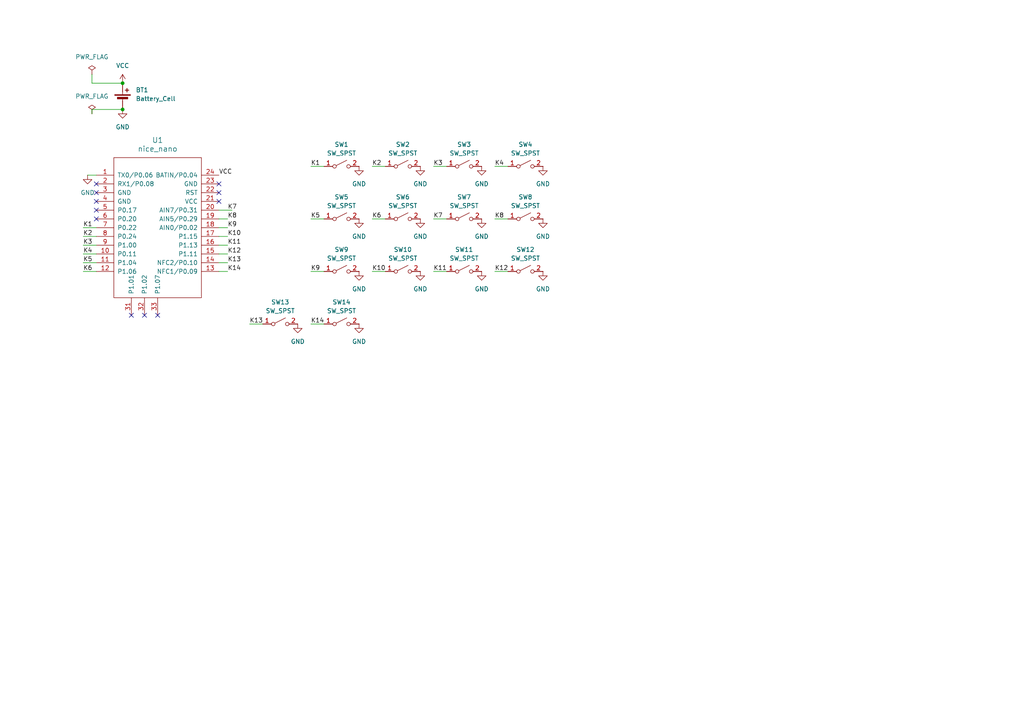
<source format=kicad_sch>
(kicad_sch (version 20231120) (generator "eeschema") (generator_version "8.0")
  (paper "A4")
  (lib_symbols
    (symbol "Device:Battery_Cell" (pin_numbers hide) (pin_names (offset 0) hide)
      (property "Reference" "BT" (at 2.54 2.54 0))
      (property "Value" "Battery_Cell" (at 2.54 0 0))
      (symbol "Battery_Cell_0_1"
        (rectangle (start -2.286 1.778) (end 2.286 1.524) (fill (type outline)))
        (rectangle (start -1.524 1.016) (end 1.524 0.508) (fill (type outline)))
        (polyline (pts (xy 0 0.762) (xy 0 0)))
        (polyline (pts (xy 0 1.778) (xy 0 2.54)))
        (polyline (pts (xy 0.762 3.048) (xy 1.778 3.048)) (stroke (width 0.254)))
        (polyline (pts (xy 1.27 3.556) (xy 1.27 2.54)) (stroke (width 0.254)))
      )
      (symbol "Battery_Cell_1_1"
        (pin passive line (at 0 5.08 270) (length 2.54) (name "+") (number "1"))
        (pin passive line (at 0 -2.54 90) (length 2.54) (name "-") (number "2"))
      )
    )
    (symbol "Switch:SW_SPST" (pin_names (offset 0) hide)
      (property "Reference" "SW" (at 0 3.175 0))
      (property "Value" "SW_SPST" (at 0 -2.54 0))
      (symbol "SW_SPST_0_0"
        (circle (center -2.032 0) (radius 0.508))
        (polyline (pts (xy -1.524 0.254) (xy 1.524 1.778)))
        (circle (center 2.032 0) (radius 0.508))
      )
      (symbol "SW_SPST_1_1"
        (pin passive line (at -5.08 0 0) (length 2.54) (name "A") (number "1"))
        (pin passive line (at 5.08 0 180) (length 2.54) (name "B") (number "2"))
      )
    )
    (symbol "nice_nano:nice_nano" (pin_names (offset 1.016))
      (property "Reference" "U" (at 0 0 0))
      (property "Value" "nice_nano" (at 0 2.54 0))
      (symbol "nice_nano_0_1"
        (rectangle (start -12.7 -21.59) (end 12.7 19.05))
      )
      (symbol "nice_nano_1_1"
        (pin input line (at -17.78 13.97 0) (length 5.08) (name "TX0/P0.06") (number "1"))
        (pin input line (at -17.78 -8.89 0) (length 5.08) (name "P0.11") (number "10"))
        (pin input line (at -17.78 -11.43 0) (length 5.08) (name "P1.04") (number "11"))
        (pin input line (at -17.78 -13.97 0) (length 5.08) (name "P1.06") (number "12"))
        (pin input line (at 17.78 -13.97 180) (length 5.08) (name "NFC1/P0.09") (number "13"))
        (pin input line (at 17.78 -11.43 180) (length 5.08) (name "NFC2/P0.10") (number "14"))
        (pin input line (at 17.78 -8.89 180) (length 5.08) (name "P1.11") (number "15"))
        (pin input line (at 17.78 -6.35 180) (length 5.08) (name "P1.13") (number "16"))
        (pin input line (at 17.78 -3.81 180) (length 5.08) (name "P1.15") (number "17"))
        (pin input line (at 17.78 -1.27 180) (length 5.08) (name "AIN0/P0.02") (number "18"))
        (pin input line (at 17.78 1.27 180) (length 5.08) (name "AIN5/P0.29") (number "19"))
        (pin input line (at -17.78 11.43 0) (length 5.08) (name "RX1/P0.08") (number "2"))
        (pin input line (at 17.78 3.81 180) (length 5.08) (name "AIN7/P0.31") (number "20"))
        (pin input line (at 17.78 6.35 180) (length 5.08) (name "VCC") (number "21"))
        (pin input line (at 17.78 8.89 180) (length 5.08) (name "RST") (number "22"))
        (pin input line (at 17.78 11.43 180) (length 5.08) (name "GND") (number "23"))
        (pin input line (at 17.78 13.97 180) (length 5.08) (name "BATIN/P0.04") (number "24"))
        (pin input line (at -17.78 8.89 0) (length 5.08) (name "GND") (number "3"))
        (pin input line (at -7.62 -26.67 90) (length 5.08) (name "P1.01") (number "31"))
        (pin input line (at -3.81 -26.67 90) (length 5.08) (name "P1.02") (number "32"))
        (pin input line (at 0 -26.67 90) (length 5.08) (name "P1.07") (number "33"))
        (pin input line (at -17.78 6.35 0) (length 5.08) (name "GND") (number "4"))
        (pin input line (at -17.78 3.81 0) (length 5.08) (name "P0.17") (number "5"))
        (pin input line (at -17.78 1.27 0) (length 5.08) (name "P0.20") (number "6"))
        (pin input line (at -17.78 -1.27 0) (length 5.08) (name "P0.22") (number "7"))
        (pin input line (at -17.78 -3.81 0) (length 5.08) (name "P0.24") (number "8"))
        (pin input line (at -17.78 -6.35 0) (length 5.08) (name "P1.00") (number "9"))
      )
    )
    (symbol "power:GND" (power) (pin_numbers hide) (pin_names (offset 0) hide)
      (property "Value" "GND" (at 0 -3.81 0))
      (symbol "GND_0_1"
        (polyline (pts (xy 0 0) (xy 0 -1.27) (xy 1.27 -1.27) (xy 0 -2.54) (xy -1.27 -1.27) (xy 0 -1.27)))
      )
      (symbol "GND_1_1"
        (pin power_in line (at 0 0 270) (length 0) (name "~") (number "1"))
      )
    )
    (symbol "power:PWR_FLAG" (power) (pin_numbers hide) (pin_names (offset 0) hide)
      (property "Value" "PWR_FLAG" (at 0 3.81 0))
      (symbol "PWR_FLAG_0_0"
        (pin power_out line (at 0 0 90) (length 0) (name "~") (number "1"))
      )
      (symbol "PWR_FLAG_0_1"
        (polyline (pts (xy 0 0) (xy 0 1.27) (xy -1.016 1.905) (xy 0 2.54) (xy 1.016 1.905) (xy 0 1.27)))
      )
    )
    (symbol "power:VCC" (power) (pin_numbers hide) (pin_names (offset 0) hide)
      (property "Value" "VCC" (at 0 3.556 0))
      (symbol "VCC_0_1"
        (polyline (pts (xy -0.762 1.27) (xy 0 2.54)))
        (polyline (pts (xy 0 0) (xy 0 2.54)))
        (polyline (pts (xy 0 2.54) (xy 0.762 1.27)))
      )
      (symbol "VCC_1_1"
        (pin power_in line (at 0 0 90) (length 0) (name "~") (number "1"))
      )
    )
  )
  (junction (at 35.56 31.75))
  (junction (at 35.56 24.13))
  (no_connect (at 27.94 53.34))
  (no_connect (at 27.94 60.96))
  (no_connect (at 63.5 58.42))
  (no_connect (at 63.5 55.88))
  (no_connect (at 45.72 91.44))
  (no_connect (at 27.94 63.5))
  (no_connect (at 27.94 58.42))
  (no_connect (at 27.94 55.88))
  (no_connect (at 38.1 91.44))
  (no_connect (at 41.91 91.44))
  (no_connect (at 63.5 53.34))
  (wire (pts (xy 107.95 63.5) (xy 111.76 63.5)))
  (wire (pts (xy 90.17 63.5) (xy 93.98 63.5)))
  (wire (pts (xy 63.5 71.12) (xy 66.04 71.12)))
  (wire (pts (xy 107.95 78.74) (xy 111.76 78.74)))
  (wire (pts (xy 143.51 78.74) (xy 147.32 78.74)))
  (wire (pts (xy 24.13 66.04) (xy 27.94 66.04)))
  (wire (pts (xy 63.5 66.04) (xy 66.04 66.04)))
  (wire (pts (xy 107.95 48.26) (xy 111.76 48.26)))
  (wire (pts (xy 25.4 50.8) (xy 27.94 50.8)))
  (wire (pts (xy 125.73 48.26) (xy 129.54 48.26)))
  (wire (pts (xy 72.39 93.98) (xy 76.2 93.98)))
  (wire (pts (xy 63.5 78.74) (xy 66.04 78.74)))
  (wire (pts (xy 24.13 76.2) (xy 27.94 76.2)))
  (wire (pts (xy 24.13 71.12) (xy 27.94 71.12)))
  (wire (pts (xy 125.73 63.5) (xy 129.54 63.5)))
  (wire (pts (xy 63.5 60.96) (xy 67.31 60.96)))
  (wire (pts (xy 90.17 93.98) (xy 93.98 93.98)))
  (wire (pts (xy 24.13 78.74) (xy 27.94 78.74)))
  (wire (pts (xy 26.67 31.75) (xy 26.67 33.02)))
  (wire (pts (xy 90.17 48.26) (xy 93.98 48.26)))
  (wire (pts (xy 143.51 48.26) (xy 147.32 48.26)))
  (wire (pts (xy 24.13 73.66) (xy 27.94 73.66)))
  (wire (pts (xy 90.17 78.74) (xy 93.98 78.74)))
  (wire (pts (xy 125.73 78.74) (xy 129.54 78.74)))
  (wire (pts (xy 24.13 68.58) (xy 27.94 68.58)))
  (wire (pts (xy 63.5 76.2) (xy 66.04 76.2)))
  (wire (pts (xy 35.56 24.13) (xy 26.67 24.13)))
  (wire (pts (xy 143.51 63.5) (xy 147.32 63.5)))
  (wire (pts (xy 63.5 73.66) (xy 66.04 73.66)))
  (wire (pts (xy 63.5 68.58) (xy 66.04 68.58)))
  (wire (pts (xy 63.5 63.5) (xy 66.04 63.5)))
  (wire (pts (xy 26.67 24.13) (xy 26.67 21.59)))
  (wire (pts (xy 35.56 31.75) (xy 26.67 31.75)))
  (label "K7" (at 125.73 63.5 0))
  (label "K8" (at 66.04 63.5 0))
  (label "K4" (at 143.51 48.26 0))
  (label "K5" (at 24.13 76.2 0))
  (label "K4" (at 24.13 73.66 0))
  (label "K3" (at 125.73 48.26 0))
  (label "K12" (at 143.51 78.74 0))
  (label "K14" (at 90.17 93.98 0))
  (label "K10" (at 107.95 78.74 0))
  (label "K2" (at 107.95 48.26 0))
  (label "K5" (at 90.17 63.5 0))
  (label "K1" (at 24.13 66.04 0))
  (label "VCC" (at 63.5 50.8 0))
  (label "K1" (at 90.17 48.26 0))
  (label "K11" (at 66.04 71.12 0))
  (label "K2" (at 24.13 68.58 0))
  (label "K6" (at 24.13 78.74 0))
  (label "K14" (at 66.04 78.74 0))
  (label "K3" (at 24.13 71.12 0))
  (label "K9" (at 66.04 66.04 0))
  (label "K9" (at 90.17 78.74 0))
  (label "K7" (at 66.04 60.96 0))
  (label "K13" (at 66.04 76.2 0))
  (label "K11" (at 125.73 78.74 0))
  (label "K10" (at 66.04 68.58 0))
  (label "K6" (at 107.95 63.5 0))
  (label "K8" (at 143.51 63.5 0))
  (label "K13" (at 72.39 93.98 0))
  (label "K12" (at 66.04 73.66 0))
  (symbol (lib_id "power:GND") (at 121.92 78.74 0) (unit 1)
    (property "Reference" "#PWR010" (effects (hide yes)))
    (property "Value" "GND" (at 121.92 83.82 0))
    (property "Description" "Power symbol creates a global label with name \"GND\" , ground" (effects (hide yes)))
  )
  (symbol (lib_id "power:GND") (at 157.48 48.26 0) (unit 1)
    (property "Reference" "#PWR04" (effects (hide yes)))
    (property "Value" "GND" (at 157.48 53.34 0))
    (property "Description" "Power symbol creates a global label with name \"GND\" , ground" (effects (hide yes)))
  )
  (symbol (lib_id "power:GND") (at 139.7 78.74 0) (unit 1)
    (property "Reference" "#PWR011" (effects (hide yes)))
    (property "Value" "GND" (at 139.7 83.82 0))
    (property "Description" "Power symbol creates a global label with name \"GND\" , ground" (effects (hide yes)))
  )
  (symbol (lib_id "Switch:SW_SPST") (at 152.4 63.5 0) (unit 1)
    (property "Reference" "SW8" (at 152.4 57.15 0))
    (property "Value" "SW_SPST" (at 152.4 59.69 0))
    (property "Footprint" "Button_Switch_Keyboard:SW_Cherry_MX_1.00u_PCB" (effects (hide yes)))
    (property "Description" "Single Pole Single Throw (SPST) switch" (effects (hide yes)))
  )
  (symbol (lib_id "Switch:SW_SPST") (at 134.62 78.74 0) (unit 1)
    (property "Reference" "SW11" (at 134.62 72.39 0))
    (property "Value" "SW_SPST" (at 134.62 74.93 0))
    (property "Footprint" "Button_Switch_Keyboard:SW_Cherry_MX_1.00u_PCB" (effects (hide yes)))
    (property "Description" "Single Pole Single Throw (SPST) switch" (effects (hide yes)))
  )
  (symbol (lib_id "power:PWR_FLAG") (at 26.67 33.02 0) (unit 1)
    (property "Reference" "#FLG02" (effects (hide yes)))
    (property "Value" "PWR_FLAG" (at 26.67 27.94 0))
    (property "Description" "Special symbol for telling ERC where power comes from" (effects (hide yes)))
  )
  (symbol (lib_id "Switch:SW_SPST") (at 152.4 48.26 0) (unit 1)
    (property "Reference" "SW4" (at 152.4 41.91 0))
    (property "Value" "SW_SPST" (at 152.4 44.45 0))
    (property "Footprint" "Button_Switch_Keyboard:SW_Cherry_MX_1.00u_PCB" (effects (hide yes)))
    (property "Description" "Single Pole Single Throw (SPST) switch" (effects (hide yes)))
  )
  (symbol (lib_id "power:GND") (at 139.7 48.26 0) (unit 1)
    (property "Reference" "#PWR03" (effects (hide yes)))
    (property "Value" "GND" (at 139.7 53.34 0))
    (property "Description" "Power symbol creates a global label with name \"GND\" , ground" (effects (hide yes)))
  )
  (symbol (lib_id "Switch:SW_SPST") (at 99.06 93.98 0) (unit 1)
    (property "Reference" "SW14" (at 99.06 87.63 0))
    (property "Value" "SW_SPST" (at 99.06 90.17 0))
    (property "Footprint" "Button_Switch_Keyboard:SW_Cherry_MX_1.00u_PCB" (effects (hide yes)))
    (property "Description" "Single Pole Single Throw (SPST) switch" (effects (hide yes)))
  )
  (symbol (lib_id "Device:Battery_Cell") (at 35.56 29.21 0) (unit 1)
    (property "Reference" "BT1" (at 39.37 26.0984 0) (effects (justify left)))
    (property "Value" "Battery_Cell" (at 39.37 28.6384 0) (effects (justify left)))
    (property "Description" "Single-cell battery" (effects (hide yes)))
  )
  (symbol (lib_id "power:GND") (at 104.14 78.74 0) (unit 1)
    (property "Reference" "#PWR09" (effects (hide yes)))
    (property "Value" "GND" (at 104.14 83.82 0))
    (property "Description" "Power symbol creates a global label with name \"GND\" , ground" (effects (hide yes)))
  )
  (symbol (lib_id "power:GND") (at 25.4 50.8 0) (unit 1)
    (property "Reference" "#PWR017" (effects (hide yes)))
    (property "Value" "GND" (at 25.4 55.88 0))
    (property "Description" "Power symbol creates a global label with name \"GND\" , ground" (effects (hide yes)))
  )
  (symbol (lib_id "power:VCC") (at 35.56 24.13 0) (unit 1)
    (property "Reference" "#PWR016" (effects (hide yes)))
    (property "Value" "VCC" (at 35.56 19.05 0))
    (property "Description" "Power symbol creates a global label with name \"VCC\"" (effects (hide yes)))
  )
  (symbol (lib_id "power:GND") (at 157.48 63.5 0) (unit 1)
    (property "Reference" "#PWR08" (effects (hide yes)))
    (property "Value" "GND" (at 157.48 68.58 0))
    (property "Description" "Power symbol creates a global label with name \"GND\" , ground" (effects (hide yes)))
  )
  (symbol (lib_id "Switch:SW_SPST") (at 116.84 78.74 0) (unit 1)
    (property "Reference" "SW10" (at 116.84 72.39 0))
    (property "Value" "SW_SPST" (at 116.84 74.93 0))
    (property "Footprint" "Button_Switch_Keyboard:SW_Cherry_MX_1.00u_PCB" (effects (hide yes)))
    (property "Description" "Single Pole Single Throw (SPST) switch" (effects (hide yes)))
  )
  (symbol (lib_id "power:GND") (at 139.7 63.5 0) (unit 1)
    (property "Reference" "#PWR07" (effects (hide yes)))
    (property "Value" "GND" (at 139.7 68.58 0))
    (property "Description" "Power symbol creates a global label with name \"GND\" , ground" (effects (hide yes)))
  )
  (symbol (lib_id "power:GND") (at 104.14 93.98 0) (unit 1)
    (property "Reference" "#PWR014" (effects (hide yes)))
    (property "Value" "GND" (at 104.14 99.06 0))
    (property "Description" "Power symbol creates a global label with name \"GND\" , ground" (effects (hide yes)))
  )
  (symbol (lib_id "Switch:SW_SPST") (at 116.84 48.26 0) (unit 1)
    (property "Reference" "SW2" (at 116.84 41.91 0))
    (property "Value" "SW_SPST" (at 116.84 44.45 0))
    (property "Footprint" "Button_Switch_Keyboard:SW_Cherry_MX_1.00u_PCB" (effects (hide yes)))
    (property "Description" "Single Pole Single Throw (SPST) switch" (effects (hide yes)))
  )
  (symbol (lib_id "Switch:SW_SPST") (at 152.4 78.74 0) (unit 1)
    (property "Reference" "SW12" (at 152.4 72.39 0))
    (property "Value" "SW_SPST" (at 152.4 74.93 0))
    (property "Footprint" "Button_Switch_Keyboard:SW_Cherry_MX_1.00u_PCB" (effects (hide yes)))
    (property "Description" "Single Pole Single Throw (SPST) switch" (effects (hide yes)))
  )
  (symbol (lib_id "Switch:SW_SPST") (at 99.06 63.5 0) (unit 1)
    (property "Reference" "SW5" (at 99.06 57.15 0))
    (property "Value" "SW_SPST" (at 99.06 59.69 0))
    (property "Footprint" "Button_Switch_Keyboard:SW_Cherry_MX_1.00u_PCB" (effects (hide yes)))
    (property "Description" "Single Pole Single Throw (SPST) switch" (effects (hide yes)))
  )
  (symbol (lib_id "Switch:SW_SPST") (at 116.84 63.5 0) (unit 1)
    (property "Reference" "SW6" (at 116.84 57.15 0))
    (property "Value" "SW_SPST" (at 116.84 59.69 0))
    (property "Footprint" "Button_Switch_Keyboard:SW_Cherry_MX_1.00u_PCB" (effects (hide yes)))
    (property "Description" "Single Pole Single Throw (SPST) switch" (effects (hide yes)))
  )
  (symbol (lib_id "power:GND") (at 35.56 31.75 0) (unit 1)
    (property "Reference" "#PWR015" (effects (hide yes)))
    (property "Value" "GND" (at 35.56 36.83 0))
    (property "Description" "Power symbol creates a global label with name \"GND\" , ground" (effects (hide yes)))
  )
  (symbol (lib_id "power:GND") (at 121.92 63.5 0) (unit 1)
    (property "Reference" "#PWR06" (effects (hide yes)))
    (property "Value" "GND" (at 121.92 68.58 0))
    (property "Description" "Power symbol creates a global label with name \"GND\" , ground" (effects (hide yes)))
  )
  (symbol (lib_id "power:GND") (at 104.14 48.26 0) (unit 1)
    (property "Reference" "#PWR01" (effects (hide yes)))
    (property "Value" "GND" (at 104.14 53.34 0))
    (property "Description" "Power symbol creates a global label with name \"GND\" , ground" (effects (hide yes)))
  )
  (symbol (lib_id "power:GND") (at 86.36 93.98 0) (unit 1)
    (property "Reference" "#PWR013" (effects (hide yes)))
    (property "Value" "GND" (at 86.36 99.06 0))
    (property "Description" "Power symbol creates a global label with name \"GND\" , ground" (effects (hide yes)))
  )
  (symbol (lib_id "power:PWR_FLAG") (at 26.67 21.59 0) (unit 1)
    (property "Reference" "#FLG01" (effects (hide yes)))
    (property "Value" "PWR_FLAG" (at 26.67 16.51 0))
    (property "Description" "Special symbol for telling ERC where power comes from" (effects (hide yes)))
  )
  (symbol (lib_id "Switch:SW_SPST") (at 99.06 78.74 0) (unit 1)
    (property "Reference" "SW9" (at 99.06 72.39 0))
    (property "Value" "SW_SPST" (at 99.06 74.93 0))
    (property "Footprint" "Button_Switch_Keyboard:SW_Cherry_MX_1.00u_PCB" (effects (hide yes)))
    (property "Description" "Single Pole Single Throw (SPST) switch" (effects (hide yes)))
  )
  (symbol (lib_id "Switch:SW_SPST") (at 99.06 48.26 0) (unit 1)
    (property "Reference" "SW1" (at 99.06 41.91 0))
    (property "Value" "SW_SPST" (at 99.06 44.45 0))
    (property "Footprint" "Button_Switch_Keyboard:SW_Cherry_MX_1.00u_PCB" (effects (hide yes)))
    (property "Description" "Single Pole Single Throw (SPST) switch" (effects (hide yes)))
  )
  (symbol (lib_id "power:GND") (at 104.14 63.5 0) (unit 1)
    (property "Reference" "#PWR05" (effects (hide yes)))
    (property "Value" "GND" (at 104.14 68.58 0))
    (property "Description" "Power symbol creates a global label with name \"GND\" , ground" (effects (hide yes)))
  )
  (symbol (lib_id "Switch:SW_SPST") (at 81.28 93.98 0) (unit 1)
    (property "Reference" "SW13" (at 81.28 87.63 0))
    (property "Value" "SW_SPST" (at 81.28 90.17 0))
    (property "Footprint" "Button_Switch_Keyboard:SW_Cherry_MX_1.00u_PCB" (effects (hide yes)))
    (property "Description" "Single Pole Single Throw (SPST) switch" (effects (hide yes)))
  )
  (symbol (lib_id "power:GND") (at 121.92 48.26 0) (unit 1)
    (property "Reference" "#PWR02" (effects (hide yes)))
    (property "Value" "GND" (at 121.92 53.34 0))
    (property "Description" "Power symbol creates a global label with name \"GND\" , ground" (effects (hide yes)))
  )
  (symbol (lib_id "power:GND") (at 157.48 78.74 0) (unit 1)
    (property "Reference" "#PWR012" (effects (hide yes)))
    (property "Value" "GND" (at 157.48 83.82 0))
    (property "Description" "Power symbol creates a global label with name \"GND\" , ground" (effects (hide yes)))
  )
  (symbol (lib_id "Switch:SW_SPST") (at 134.62 63.5 0) (unit 1)
    (property "Reference" "SW7" (at 134.62 57.15 0))
    (property "Value" "SW_SPST" (at 134.62 59.69 0))
    (property "Footprint" "Button_Switch_Keyboard:SW_Cherry_MX_1.00u_PCB" (effects (hide yes)))
    (property "Description" "Single Pole Single Throw (SPST) switch" (effects (hide yes)))
  )
  (symbol (lib_id "nice_nano:nice_nano") (at 45.72 64.77 0) (unit 1)
    (property "Reference" "U1" (at 45.72 40.64 0) (effects (font (size 1.524 1.524))))
    (property "Value" "nice_nano" (at 45.72 43.18 0) (effects (font (size 1.524 1.524))))
    (property "Footprint" "Nice Nano:nice_nano" (effects (hide yes)))
  )
  (symbol (lib_id "Switch:SW_SPST") (at 134.62 48.26 0) (unit 1)
    (property "Reference" "SW3" (at 134.62 41.91 0))
    (property "Value" "SW_SPST" (at 134.62 44.45 0))
    (property "Footprint" "Button_Switch_Keyboard:SW_Cherry_MX_1.00u_PCB" (effects (hide yes)))
    (property "Description" "Single Pole Single Throw (SPST) switch" (effects (hide yes)))
  )
)
</source>
